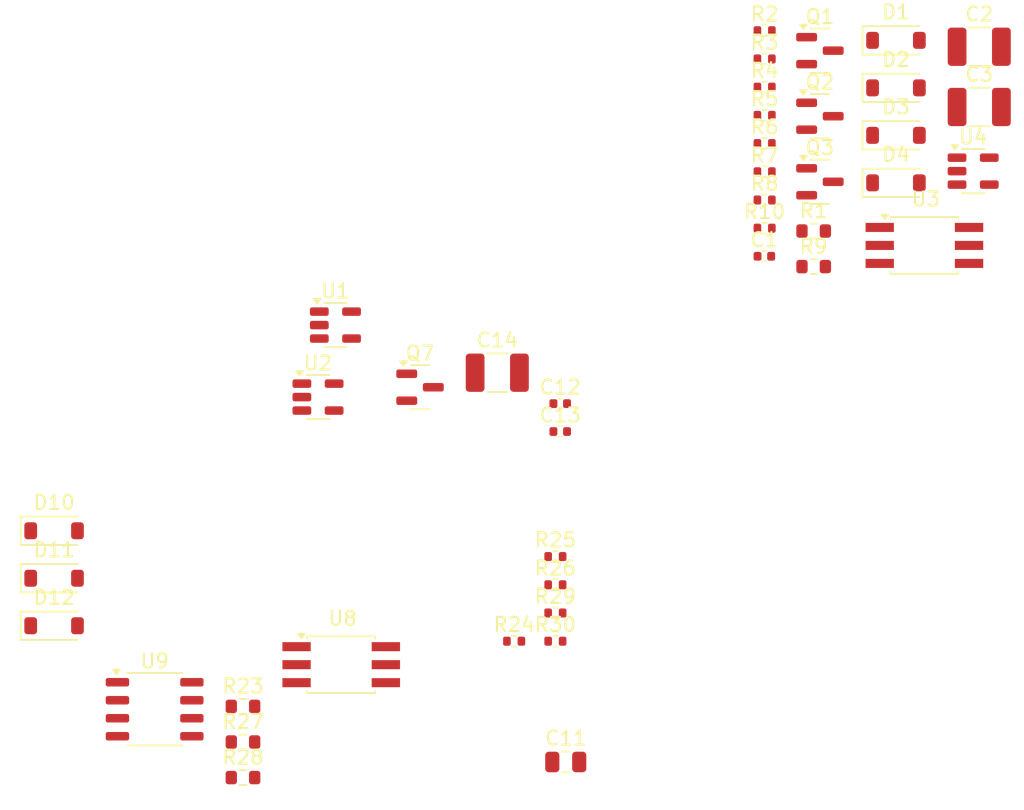
<source format=kicad_pcb>
(kicad_pcb (version 20221018) (generator pcbnew)
  (layers (0 "F.Cu" signal) (31 "B.Cu" signal) (34 "B.Paste" user) (35 "F.Paste" user) (36 "B.SilkS" user "B.Silkscreen") (37 "F.SilkS" user "F.Silkscreen") (38 "B.Mask" user) (39 "F.Mask" user) (44 "Edge.Cuts" user))
  (net 0 "")
  (net 1 "Vdrive")
  (net 2 "VCC")
  (net 3 "+5V")
  (net 4 "Net-(D10-K)")
  (net 5 "Net-(U9-VS)")
  (net 6 "+3.3V")
  (net 7 "Net-(Q7-G)")
  (net 8 "Net-(Q7-D)")
  (net 9 "PWM_A")
  (net 10 "Net-(U8-VO)")
  (net 11 "Net-(Q8-G)")
  (net 12 "Net-(D1-K)")
  (net 13 "Net-(D4-K)")
  (net 14 "SHDN")
  (net 18 "GND")
  (net 19 "Net-(Q9-G)")
  (net 20 "Net-(D11-A)")
  (net 21 "Net-(U1-OUT)")
  (net 22 "Net-(U2-OUT)")
  (net 25 "Net-(D3-A)")
  (net 26 "Net-(D2-K)")
  (net 27 "Net-(D3-K)")
  (net 28 "Net-(Q1-G)")
  (net 29 "Net-(Q1-D)")
  (net 31 "Net-(Q2-D)")
  (net 33 "Net-(Q3-D)")
  (net 34 "Net-(U3-VO)")
  (net 35 "Net-(U4-OUT)")
  (net 36 "Net-(R10-Pad2)")
  (net 38 "Net-(Q5-D)")
  (footprint "Resistor_SMD:R_0402_1005Metric" (layer "F.Cu") (at 126.89 80.475)
    (fp_text reference "R7" (at 0 -1.17) (layer "F.SilkS"))
    (fp_text value "1k")
    (fp_line (start -0.153641 -0.38) (end 0.153641 -0.38) (stroke (width 0.12)) (layer "F.SilkS"))
    (fp_line (start -0.153641 0.38) (end 0.153641 0.38) (stroke (width 0.12)) (layer "F.SilkS"))
    (pad "1" smd roundrect (at -0.51 0) (size 0.54 0.64) (layers "F.Cu" "F.Paste" "F.Mask") (net 33 "Net-(Q3-D)"))
    (pad "2" smd roundrect (at 0.51 0) (size 0.54 0.64) (layers "F.Cu" "F.Paste" "F.Mask") (net 13 "Net-(D4-K)"))
  )
  (footprint "Capacitor_SMD:C_0805_2012Metric" (layer "F.Cu") (at 112.86 122.11)
    (fp_text reference "C11" (at 0 -1.68) (layer "F.SilkS"))
    (fp_text value "10uF")
    (fp_line (start -0.261252 -0.735) (end 0.261252 -0.735) (stroke (width 0.12)) (layer "F.SilkS"))
    (fp_line (start -0.261252 0.735) (end 0.261252 0.735) (stroke (width 0.12)) (layer "F.SilkS"))
    (pad "1" smd roundrect (at -0.95 0) (size 1 1.45) (layers "F.Cu" "F.Paste" "F.Mask") (net 1 "Vdrive"))
    (pad "2" smd roundrect (at 0.95 0) (size 1 1.45) (layers "F.Cu" "F.Paste" "F.Mask") (net 18 "GND"))
  )
  (footprint "Diode_SMD:D_SOD-123" (layer "F.Cu") (at 136.155 81.255)
    (fp_text reference "D4" (at 0 -2) (layer "F.SilkS"))
    (fp_text value "SS2040FL")
    (fp_line (start -2.36 -1) (end -2.36 1) (stroke (width 0.12)) (layer "F.SilkS"))
    (fp_line (start -2.36 -1) (end 1.65 -1) (stroke (width 0.12)) (layer "F.SilkS"))
    (fp_line (start -2.36 1) (end 1.65 1) (stroke (width 0.12)) (layer "F.SilkS"))
    (pad "1" smd roundrect (at -1.65 0) (size 0.9 1.2) (layers "F.Cu" "F.Paste" "F.Mask") (net 13 "Net-(D4-K)"))
    (pad "2" smd roundrect (at 1.65 0) (size 0.9 1.2) (layers "F.Cu" "F.Paste" "F.Mask") (net 1 "Vdrive"))
  )
  (footprint "Resistor_SMD:R_0603_1608Metric" (layer "F.Cu") (at 130.35 84.655)
    (fp_text reference "R1" (at 0 -1.43) (layer "F.SilkS"))
    (fp_text value "47")
    (fp_line (start -0.237258 -0.5225) (end 0.237258 -0.5225) (stroke (width 0.12)) (layer "F.SilkS"))
    (fp_line (start -0.237258 0.5225) (end 0.237258 0.5225) (stroke (width 0.12)) (layer "F.SilkS"))
    (pad "1" smd roundrect (at -0.825 0) (size 0.8 0.95) (layers "F.Cu" "F.Paste" "F.Mask") (net 9 "PWM_A"))
    (pad "2" smd roundrect (at 0.825 0) (size 0.8 0.95) (layers "F.Cu" "F.Paste" "F.Mask") (net 28 "Net-(Q1-G)"))
  )
  (footprint "Diode_SMD:D_SOD-123" (layer "F.Cu") (at 136.155 71.205)
    (fp_text reference "D1" (at 0 -2) (layer "F.SilkS"))
    (fp_text value "SS2040FL")
    (fp_line (start -2.36 -1) (end -2.36 1) (stroke (width 0.12)) (layer "F.SilkS"))
    (fp_line (start -2.36 -1) (end 1.65 -1) (stroke (width 0.12)) (layer "F.SilkS"))
    (fp_line (start -2.36 1) (end 1.65 1) (stroke (width 0.12)) (layer "F.SilkS"))
    (pad "1" smd roundrect (at -1.65 0) (size 0.9 1.2) (layers "F.Cu" "F.Paste" "F.Mask") (net 12 "Net-(D1-K)"))
    (pad "2" smd roundrect (at 1.65 0) (size 0.9 1.2) (layers "F.Cu" "F.Paste" "F.Mask") (net 1 "Vdrive"))
  )
  (footprint "Package_TO_SOT_SMD:SOT-23" (layer "F.Cu") (at 130.79 71.93)
    (fp_text reference "Q1" (at 0 -2.4) (layer "F.SilkS"))
    (fp_text value "BSS138")
    (fp_line (start 0 -1.56) (end -0.65 -1.56) (stroke (width 0.12)) (layer "F.SilkS"))
    (fp_line (start 0 -1.56) (end 0.65 -1.56) (stroke (width 0.12)) (layer "F.SilkS"))
    (fp_line (start 0 1.56) (end -0.65 1.56) (stroke (width 0.12)) (layer "F.SilkS"))
    (fp_line (start 0 1.56) (end 0.65 1.56) (stroke (width 0.12)) (layer "F.SilkS"))
    (fp_poly (pts (xy -1.1625 -1.51) (xy -1.4025 -1.84) (xy -0.9225 -1.84) (xy -1.1625 -1.51)) (stroke (width 0.12)) (fill solid) (layer "F.SilkS"))
    (pad "1" smd roundrect (at -0.9375 -0.95) (size 1.475 0.6) (layers "F.Cu" "F.Paste" "F.Mask") (net 28 "Net-(Q1-G)"))
    (pad "2" smd roundrect (at -0.9375 0.95) (size 1.475 0.6) (layers "F.Cu" "F.Paste" "F.Mask") (net 18 "GND"))
    (pad "3" smd roundrect (at 0.9375 0) (size 1.475 0.6) (layers "F.Cu" "F.Paste" "F.Mask") (net 29 "Net-(Q1-D)"))
  )
  (footprint "Diode_SMD:D_SOD-123" (layer "F.Cu") (at 136.155 74.555)
    (fp_text reference "D2" (at 0 -2) (layer "F.SilkS"))
    (fp_text value "SS2040FL")
    (fp_line (start -2.36 -1) (end -2.36 1) (stroke (width 0.12)) (layer "F.SilkS"))
    (fp_line (start -2.36 -1) (end 1.65 -1) (stroke (width 0.12)) (layer "F.SilkS"))
    (fp_line (start -2.36 1) (end 1.65 1) (stroke (width 0.12)) (layer "F.SilkS"))
    (pad "1" smd roundrect (at -1.65 0) (size 0.9 1.2) (layers "F.Cu" "F.Paste" "F.Mask") (net 26 "Net-(D2-K)"))
    (pad "2" smd roundrect (at 1.65 0) (size 0.9 1.2) (layers "F.Cu" "F.Paste" "F.Mask") (net 20 "Net-(D11-A)"))
  )
  (footprint "Resistor_SMD:R_0402_1005Metric" (layer "F.Cu") (at 109.22 113.59)
    (fp_text reference "R24" (at 0 -1.17) (layer "F.SilkS"))
    (fp_text value "10k")
    (fp_line (start -0.153641 -0.38) (end 0.153641 -0.38) (stroke (width 0.12)) (layer "F.SilkS"))
    (fp_line (start -0.153641 0.38) (end 0.153641 0.38) (stroke (width 0.12)) (layer "F.SilkS"))
    (pad "1" smd roundrect (at -0.51 0) (size 0.54 0.64) (layers "F.Cu" "F.Paste" "F.Mask") (net 18 "GND"))
    (pad "2" smd roundrect (at 0.51 0) (size 0.54 0.64) (layers "F.Cu" "F.Paste" "F.Mask") (net 7 "Net-(Q7-G)"))
  )
  (footprint "Diode_SMD:D_SOD-123" (layer "F.Cu") (at 136.155 77.905)
    (fp_text reference "D3" (at 0 -2) (layer "F.SilkS"))
    (fp_text value "SS2040FL")
    (fp_line (start -2.36 -1) (end -2.36 1) (stroke (width 0.12)) (layer "F.SilkS"))
    (fp_line (start -2.36 -1) (end 1.65 -1) (stroke (width 0.12)) (layer "F.SilkS"))
    (fp_line (start -2.36 1) (end 1.65 1) (stroke (width 0.12)) (layer "F.SilkS"))
    (pad "1" smd roundrect (at -1.65 0) (size 0.9 1.2) (layers "F.Cu" "F.Paste" "F.Mask") (net 27 "Net-(D3-K)"))
    (pad "2" smd roundrect (at 1.65 0) (size 0.9 1.2) (layers "F.Cu" "F.Paste" "F.Mask") (net 25 "Net-(D3-A)"))
  )
  (footprint "Diode_SMD:D_SOD-123" (layer "F.Cu") (at 76.765 109.15)
    (fp_text reference "D11" (at 0 -2) (layer "F.SilkS"))
    (fp_text value "SS2040FL")
    (fp_line (start -2.36 -1) (end -2.36 1) (stroke (width 0.12)) (layer "F.SilkS"))
    (fp_line (start -2.36 -1) (end 1.65 -1) (stroke (width 0.12)) (layer "F.SilkS"))
    (fp_line (start -2.36 1) (end 1.65 1) (stroke (width 0.12)) (layer "F.SilkS"))
    (pad "1" smd roundrect (at -1.65 0) (size 0.9 1.2) (layers "F.Cu" "F.Paste" "F.Mask") (net 1 "Vdrive"))
    (pad "2" smd roundrect (at 1.65 0) (size 0.9 1.2) (layers "F.Cu" "F.Paste" "F.Mask") (net 20 "Net-(D11-A)"))
  )
  (footprint "Capacitor_SMD:C_0402_1005Metric" (layer "F.Cu") (at 126.87 86.435)
    (fp_text reference "C1" (at 0 -1.16) (layer "F.SilkS"))
    (fp_text value "0.1uF")
    (fp_line (start -0.107836 -0.36) (end 0.107836 -0.36) (stroke (width 0.12)) (layer "F.SilkS"))
    (fp_line (start -0.107836 0.36) (end 0.107836 0.36) (stroke (width 0.12)) (layer "F.SilkS"))
    (pad "1" smd roundrect (at -0.48 0) (size 0.56 0.62) (layers "F.Cu" "F.Paste" "F.Mask") (net 3 "+5V"))
    (pad "2" smd roundrect (at 0.48 0) (size 0.56 0.62) (layers "F.Cu" "F.Paste" "F.Mask") (net 18 "GND"))
  )
  (footprint "Capacitor_SMD:C_1210_3225Metric_Pad1.33x2.70mm_HandSolder" (layer "F.Cu") (at 108.03 94.65)
    (fp_text reference "C14" (at 0 -2.3) (layer "F.SilkS"))
    (fp_text value "C")
    (fp_line (start -0.711252 -1.36) (end 0.711252 -1.36) (stroke (width 0.12)) (layer "F.SilkS"))
    (fp_line (start -0.711252 1.36) (end 0.711252 1.36) (stroke (width 0.12)) (layer "F.SilkS"))
    (pad "1" smd roundrect (at -1.5625 0) (size 1.325 2.7) (layers "F.Cu" "F.Paste" "F.Mask") (roundrect_rratio 0.188679) (net 4 "Net-(D10-K)"))
    (pad "2" smd roundrect (at 1.5625 0) (size 1.325 2.7) (layers "F.Cu" "F.Paste" "F.Mask") (roundrect_rratio 0.188679) (net 5 "Net-(U9-VS)"))
  )
  (footprint "Diode_SMD:D_SOD-123" (layer "F.Cu") (at 76.765 112.5)
    (fp_text reference "D12" (at 0 -2) (layer "F.SilkS"))
    (fp_text value "SS2040FL")
    (fp_line (start -2.36 -1) (end -2.36 1) (stroke (width 0.12)) (layer "F.SilkS"))
    (fp_line (start -2.36 -1) (end 1.65 -1) (stroke (width 0.12)) (layer "F.SilkS"))
    (fp_line (start -2.36 1) (end 1.65 1) (stroke (width 0.12)) (layer "F.SilkS"))
    (pad "1" smd roundrect (at -1.65 0) (size 0.9 1.2) (layers "F.Cu" "F.Paste" "F.Mask") (net 20 "Net-(D11-A)"))
    (pad "2" smd roundrect (at 1.65 0) (size 0.9 1.2) (layers "F.Cu" "F.Paste" "F.Mask") (net 18 "GND"))
  )
  (footprint "Resistor_SMD:R_0402_1005Metric" (layer "F.Cu") (at 126.89 72.515)
    (fp_text reference "R3" (at 0 -1.17) (layer "F.SilkS"))
    (fp_text value "470")
    (fp_line (start -0.153641 -0.38) (end 0.153641 -0.38) (stroke (width 0.12)) (layer "F.SilkS"))
    (fp_line (start -0.153641 0.38) (end 0.153641 0.38) (stroke (width 0.12)) (layer "F.SilkS"))
    (pad "1" smd roundrect (at -0.51 0) (size 0.54 0.64) (layers "F.Cu" "F.Paste" "F.Mask") (net 6 "+3.3V"))
    (pad "2" smd roundrect (at 0.51 0) (size 0.54 0.64) (layers "F.Cu" "F.Paste" "F.Mask") (net 29 "Net-(Q1-D)"))
  )
  (footprint "Package_SO:SO-6_4.4x3.6mm_P1.27mm" (layer "F.Cu") (at 138.16 85.67)
    (fp_text reference "U3" (at 0.1 -3.265) (layer "F.SilkS"))
    (fp_text value "TLP2361")
    (fp_line (start -2.4 -2) (end 2.4 -2) (stroke (width 0.12)) (layer "F.SilkS"))
    (fp_line (start -2.4 -1.85) (end -2.4 -2) (stroke (width 0.12)) (layer "F.SilkS"))
    (fp_line (start -2.4 2) (end -2.4 1.85) (stroke (width 0.12)) (layer "F.SilkS"))
    (fp_line (start 2.4 -2) (end 2.4 -1.85) (stroke (width 0.12)) (layer "F.SilkS"))
    (fp_line (start 2.4 2) (end -2.4 2) (stroke (width 0.12)) (layer "F.SilkS"))
    (fp_line (start 2.4 2) (end 2.4 1.85) (stroke (width 0.12)) (layer "F.SilkS"))
    (fp_poly (pts (xy -2.8 -1.85) (xy -3.04 -2.18) (xy -2.56 -2.18) (xy -2.8 -1.85)) (stroke (width 0.12)) (fill solid) (layer "F.SilkS"))
    (pad "1" smd rect (at -3.15 -1.27) (size 2 0.64) (layers "F.Cu" "F.Paste" "F.Mask") (net 29 "Net-(Q1-D)"))
    (pad "2" smd rect (at -3.15 0) (size 2 0.64) (layers "F.Cu" "F.Paste" "F.Mask"))
    (pad "3" smd rect (at -3.15 1.27) (size 2 0.64) (layers "F.Cu" "F.Paste" "F.Mask") (net 18 "GND"))
    (pad "4" smd rect (at 3.15 1.27) (size 2 0.64) (layers "F.Cu" "F.Paste" "F.Mask") (net 18 "GND"))
    (pad "5" smd rect (at 3.15 0) (size 2 0.64) (layers "F.Cu" "F.Paste" "F.Mask") (net 34 "Net-(U3-VO)"))
    (pad "6" smd rect (at 3.15 -1.27) (size 2 0.64) (layers "F.Cu" "F.Paste" "F.Mask") (net 3 "+5V"))
  )
  (footprint "Package_TO_SOT_SMD:SOT-23" (layer "F.Cu") (at 130.79 81.18)
    (fp_text reference "Q3" (at 0 -2.4) (layer "F.SilkS"))
    (fp_text value "BSS138")
    (fp_line (start 0 -1.56) (end -0.65 -1.56) (stroke (width 0.12)) (layer "F.SilkS"))
    (fp_line (start 0 -1.56) (end 0.65 -1.56) (stroke (width 0.12)) (layer "F.SilkS"))
    (fp_line (start 0 1.56) (end -0.65 1.56) (stroke (width 0.12)) (layer "F.SilkS"))
    (fp_line (start 0 1.56) (end 0.65 1.56) (stroke (width 0.12)) (layer "F.SilkS"))
    (fp_poly (pts (xy -1.1625 -1.51) (xy -1.4025 -1.84) (xy -0.9225 -1.84) (xy -1.1625 -1.51)) (stroke (width 0.12)) (fill solid) (layer "F.SilkS"))
    (pad "1" smd roundrect (at -0.9375 -0.95) (size 1.475 0.6) (layers "F.Cu" "F.Paste" "F.Mask"))
    (pad "2" smd roundrect (at -0.9375 0.95) (size 1.475 0.6) (layers "F.Cu" "F.Paste" "F.Mask") (net 18 "GND"))
    (pad "3" smd roundrect (at 0.9375 0) (size 1.475 0.6) (layers "F.Cu" "F.Paste" "F.Mask") (net 33 "Net-(Q3-D)"))
  )
  (footprint "Resistor_SMD:R_0402_1005Metric" (layer "F.Cu") (at 126.89 74.505)
    (fp_text reference "R4" (at 0 -1.17) (layer "F.SilkS"))
    (fp_text value "10k")
    (fp_line (start -0.153641 -0.38) (end 0.153641 -0.38) (stroke (width 0.12)) (layer "F.SilkS"))
    (fp_line (start -0.153641 0.38) (end 0.153641 0.38) (stroke (width 0.12)) (layer "F.SilkS"))
    (pad "1" smd roundrect (at -0.51 0) (size 0.54 0.64) (layers "F.Cu" "F.Paste" "F.Mask") (net 18 "GND"))
    (pad "2" smd roundrect (at 0.51 0) (size 0.54 0.64) (layers "F.Cu" "F.Paste" "F.Mask") (net 34 "Net-(U3-VO)"))
  )
  (footprint "Resistor_SMD:R_0402_1005Metric" (layer "F.Cu") (at 126.89 84.455)
    (fp_text reference "R10" (at 0 -1.17) (layer "F.SilkS"))
    (fp_text value "10k")
    (fp_line (start -0.153641 -0.38) (end 0.153641 -0.38) (stroke (width 0.12)) (layer "F.SilkS"))
    (fp_line (start -0.153641 0.38) (end 0.153641 0.38) (stroke (width 0.12)) (layer "F.SilkS"))
    (pad "1" smd roundrect (at -0.51 0) (size 0.54 0.64) (layers "F.Cu" "F.Paste" "F.Mask") (net 25 "Net-(D3-A)"))
    (pad "2" smd roundrect (at 0.51 0) (size 0.54 0.64) (layers "F.Cu" "F.Paste" "F.Mask") (net 36 "Net-(R10-Pad2)"))
  )
  (footprint "Resistor_SMD:R_0402_1005Metric" (layer "F.Cu") (at 126.89 76.495)
    (fp_text reference "R5" (at 0 -1.17) (layer "F.SilkS"))
    (fp_text value "1k")
    (fp_line (start -0.153641 -0.38) (end 0.153641 -0.38) (stroke (width 0.12)) (layer "F.SilkS"))
    (fp_line (start -0.153641 0.38) (end 0.153641 0.38) (stroke (width 0.12)) (layer "F.SilkS"))
    (pad "1" smd roundrect (at -0.51 0) (size 0.54 0.64) (layers "F.Cu" "F.Paste" "F.Mask") (net 31 "Net-(Q2-D)"))
    (pad "2" smd roundrect (at 0.51 0) (size 0.54 0.64) (layers "F.Cu" "F.Paste" "F.Mask") (net 12 "Net-(D1-K)"))
  )
  (footprint "Resistor_SMD:R_0603_1608Metric" (layer "F.Cu") (at 90.09 120.7)
    (fp_text reference "R27" (at 0 -1.43) (layer "F.SilkS"))
    (fp_text value "10")
    (fp_line (start -0.237258 -0.5225) (end 0.237258 -0.5225) (stroke (width 0.12)) (layer "F.SilkS"))
    (fp_line (start -0.237258 0.5225) (end 0.237258 0.5225) (stroke (width 0.12)) (layer "F.SilkS"))
    (pad "1" smd roundrect (at -0.825 0) (size 0.8 0.95) (layers "F.Cu" "F.Paste" "F.Mask") (net 21 "Net-(U1-OUT)"))
    (pad "2" smd roundrect (at 0.825 0) (size 0.8 0.95) (layers "F.Cu" "F.Paste" "F.Mask") (net 11 "Net-(Q8-G)"))
  )
  (footprint "Package_SO:SOP-8_3.9x4.9mm_P1.27mm" (layer "F.Cu") (at 83.86 118.39)
    (fp_text reference "U9" (at 0 -3.4) (layer "F.SilkS"))
    (fp_text value "IR2302")
    (fp_line (start 0 -2.56) (end -1.95 -2.56) (stroke (width 0.12)) (layer "F.SilkS"))
    (fp_line (start 0 -2.56) (end 1.95 -2.56) (stroke (width 0.12)) (layer "F.SilkS"))
    (fp_line (start 0 2.56) (end -1.95 2.56) (stroke (width 0.12)) (layer "F.SilkS"))
    (fp_line (start 0 2.56) (end 1.95 2.56) (stroke (width 0.12)) (layer "F.SilkS"))
    (fp_poly (pts (xy -2.7 -2.465) (xy -2.94 -2.795) (xy -2.46 -2.795) (xy -2.7 -2.465)) (stroke (width 0.12)) (fill solid) (layer "F.SilkS"))
    (pad "1" smd roundrect (at -2.625 -1.905) (size 1.65 0.6) (layers "F.Cu" "F.Paste" "F.Mask") (net 2 "VCC"))
    (pad "2" smd roundrect (at -2.625 -0.635) (size 1.65 0.6) (layers "F.Cu" "F.Paste" "F.Mask") (net 10 "Net-(U8-VO)"))
    (pad "3" smd roundrect (at -2.625 0.635) (size 1.65 0.6) (layers "F.Cu" "F.Paste" "F.Mask") (net 14 "SHDN"))
    (pad "4" smd roundrect (at -2.625 1.905) (size 1.65 0.6) (layers "F.Cu" "F.Paste" "F.Mask") (net 18 "GND"))
    (pad "5" smd roundrect (at 2.625 1.905) (size 1.65 0.6) (layers "F.Cu" "F.Paste" "F.Mask"))
    (pad "6" smd roundrect (at 2.625 0.635) (size 1.65 0.6) (layers "F.Cu" "F.Paste" "F.Mask") (net 5 "Net-(U9-VS)"))
    (pad "7" smd roundrect (at 2.625 -0.635) (size 1.65 0.6) (layers "F.Cu" "F.Paste" "F.Mask"))
    (pad "8" smd roundrect (at 2.625 -1.905) (size 1.65 0.6) (layers "F.Cu" "F.Paste" "F.Mask") (net 4 "Net-(D10-K)"))
  )
  (footprint "Package_SO:SO-6_4.4x3.6mm_P1.27mm" (layer "F.Cu") (at 97.02 115.245)
    (fp_text reference "U8" (at 0.1 -3.265) (layer "F.SilkS"))
    (fp_text value "TLP2361")
    (fp_line (start -2.4 -2) (end 2.4 -2) (stroke (width 0.12)) (layer "F.SilkS"))
    (fp_line (start -2.4 -1.85) (end -2.4 -2) (stroke (width 0.12)) (layer "F.SilkS"))
    (fp_line (start -2.4 2) (end -2.4 1.85) (stroke (width 0.12)) (layer "F.SilkS"))
    (fp_line (start 2.4 -2) (end 2.4 -1.85) (stroke (width 0.12)) (layer "F.SilkS"))
    (fp_line (start 2.4 2) (end -2.4 2) (stroke (width 0.12)) (layer "F.SilkS"))
    (fp_line (start 2.4 2) (end 2.4 1.85) (stroke (width 0.12)) (layer "F.SilkS"))
    (fp_poly (pts (xy -2.8 -1.85) (xy -3.04 -2.18) (xy -2.56 -2.18) (xy -2.8 -1.85)) (stroke (width 0.12)) (fill solid) (layer "F.SilkS"))
    (pad "1" smd rect (at -3.15 -1.27) (size 2 0.64) (layers "F.Cu" "F.Paste" "F.Mask") (net 8 "Net-(Q7-D)"))
    (pad "2" smd rect (at -3.15 0) (size 2 0.64) (layers "F.Cu" "F.Paste" "F.Mask"))
    (pad "3" smd rect (at -3.15 1.27) (size 2 0.64) (layers "F.Cu" "F.Paste" "F.Mask") (net 18 "GND"))
    (pad "4" smd rect (at 3.15 1.27) (size 2 0.64) (layers "F.Cu" "F.Paste" "F.Mask") (net 18 "GND"))
    (pad "5" smd rect (at 3.15 0) (size 2 0.64) (layers "F.Cu" "F.Paste" "F.Mask") (net 10 "Net-(U8-VO)"))
    (pad "6" smd rect (at 3.15 -1.27) (size 2 0.64) (layers "F.Cu" "F.Paste" "F.Mask") (net 3 "+5V"))
  )
  (footprint "Resistor_SMD:R_0402_1005Metric" (layer "F.Cu") (at 126.89 70.525)
    (fp_text reference "R2" (at 0 -1.17) (layer "F.SilkS"))
    (fp_text value "10k")
    (fp_line (start -0.153641 -0.38) (end 0.153641 -0.38) (stroke (width 0.12)) (layer "F.SilkS"))
    (fp_line (start -0.153641 0.38) (end 0.153641 0.38) (stroke (width 0.12)) (layer "F.SilkS"))
    (pad "1" smd roundrect (at -0.51 0) (size 0.54 0.64) (layers "F.Cu" "F.Paste" "F.Mask") (net 18 "GND"))
    (pad "2" smd roundrect (at 0.51 0) (size 0.54 0.64) (layers "F.Cu" "F.Paste" "F.Mask") (net 28 "Net-(Q1-G)"))
  )
  (footprint "Package_TO_SOT_SMD:SOT-23-5" (layer "F.Cu") (at 96.6125 91.29)
    (fp_text reference "U1" (at 0 -2.4) (layer "F.SilkS"))
    (fp_text value "MCP1402")
    (fp_line (start 0 -1.56) (end -0.8 -1.56) (stroke (width 0.12)) (layer "F.SilkS"))
    (fp_line (start 0 -1.56) (end 0.8 -1.56) (stroke (width 0.12)) (layer "F.SilkS"))
    (fp_line (start 0 1.56) (end -0.8 1.56) (stroke (width 0.12)) (layer "F.SilkS"))
    (fp_line (start 0 1.56) (end 0.8 1.56) (stroke (width 0.12)) (layer "F.SilkS"))
    (fp_poly (pts (xy -1.3 -1.51) (xy -1.54 -1.84) (xy -1.06 -1.84) (xy -1.3 -1.51)) (stroke (width 0.12)) (fill solid) (layer "F.SilkS"))
    (pad "1" smd roundrect (at -1.1375 -0.95) (size 1.325 0.6) (layers "F.Cu" "F.Paste" "F.Mask") (net 20 "Net-(D11-A)"))
    (pad "2" smd roundrect (at -1.1375 0) (size 1.325 0.6) (layers "F.Cu" "F.Paste" "F.Mask") (net 12 "Net-(D1-K)"))
    (pad "3" smd roundrect (at -1.1375 0.95) (size 1.325 0.6) (layers "F.Cu" "F.Paste" "F.Mask") (net 26 "Net-(D2-K)"))
    (pad "4" smd roundrect (at 1.1375 0.95) (size 1.325 0.6) (layers "F.Cu" "F.Paste" "F.Mask") (net 20 "Net-(D11-A)"))
    (pad "5" smd roundrect (at 1.1375 -0.95) (size 1.325 0.6) (layers "F.Cu" "F.Paste" "F.Mask") (net 21 "Net-(U1-OUT)"))
  )
  (footprint "Diode_SMD:D_SOD-123" (layer "F.Cu") (at 76.765 105.8)
    (fp_text reference "D10" (at 0 -2) (layer "F.SilkS"))
    (fp_text value "SS2040FL")
    (fp_line (start -2.36 -1) (end -2.36 1) (stroke (width 0.12)) (layer "F.SilkS"))
    (fp_line (start -2.36 -1) (end 1.65 -1) (stroke (width 0.12)) (layer "F.SilkS"))
    (fp_line (start -2.36 1) (end 1.65 1) (stroke (width 0.12)) (layer "F.SilkS"))
    (pad "1" smd roundrect (at -1.65 0) (size 0.9 1.2) (layers "F.Cu" "F.Paste" "F.Mask") (net 4 "Net-(D10-K)"))
    (pad "2" smd roundrect (at 1.65 0) (size 0.9 1.2) (layers "F.Cu" "F.Paste" "F.Mask") (net 2 "VCC"))
  )
  (footprint "Resistor_SMD:R_0603_1608Metric" (layer "F.Cu") (at 90.09 118.19)
    (fp_text reference "R23" (at 0 -1.43) (layer "F.SilkS"))
    (fp_text value "47")
    (fp_line (start -0.237258 -0.5225) (end 0.237258 -0.5225) (stroke (width 0.12)) (layer "F.SilkS"))
    (fp_line (start -0.237258 0.5225) (end 0.237258 0.5225) (stroke (width 0.12)) (layer "F.SilkS"))
    (pad "1" smd roundrect (at -0.825 0) (size 0.8 0.95) (layers "F.Cu" "F.Paste" "F.Mask") (net 9 "PWM_A"))
    (pad "2" smd roundrect (at 0.825 0) (size 0.8 0.95) (layers "F.Cu" "F.Paste" "F.Mask") (net 7 "Net-(Q7-G)"))
  )
  (footprint "Package_TO_SOT_SMD:SOT-23-5" (layer "F.Cu") (at 95.3825 96.37)
    (fp_text reference "U2" (at 0 -2.4) (layer "F.SilkS"))
    (fp_text value "MCP1402")
    (fp_line (start 0 -1.56) (end -0.8 -1.56) (stroke (width 0.12)) (layer "F.SilkS"))
    (fp_line (start 0 -1.56) (end 0.8 -1.56) (stroke (width 0.12)) (layer "F.SilkS"))
    (fp_line (start 0 1.56) (end -0.8 1.56) (stroke (width 0.12)) (layer "F.SilkS"))
    (fp_line (start 0 1.56) (end 0.8 1.56) (stroke (width 0.12)) (layer "F.SilkS"))
    (fp_poly (pts (xy -1.3 -1.51) (xy -1.54 -1.84) (xy -1.06 -1.84) (xy -1.3 -1.51)) (stroke (width 0.12)) (fill solid) (layer "F.SilkS"))
    (pad "1" smd roundrect (at -1.1375 -0.95) (size 1.325 0.6) (layers "F.Cu" "F.Paste" "F.Mask") (net 18 "GND"))
    (pad "2" smd roundrect (at -1.1375 0) (size 1.325 0.6) (layers "F.Cu" "F.Paste" "F.Mask"))
    (pad "3" smd roundrect (at -1.1375 0.95) (size 1.325 0.6) (layers "F.Cu" "F.Paste" "F.Mask"))
    (pad "4" smd roundrect (at 1.1375 0.95) (size 1.325 0.6) (layers "F.Cu" "F.Paste" "F.Mask") (net 18 "GND"))
    (pad "5" smd roundrect (at 1.1375 -0.95) (size 1.325 0.6) (layers "F.Cu" "F.Paste" "F.Mask") (net 22 "Net-(U2-OUT)"))
  )
  (footprint "Resistor_SMD:R_0402_1005Metric" (layer "F.Cu") (at 112.13 107.62)
    (fp_text reference "R25" (at 0 -1.17) (layer "F.SilkS"))
    (fp_text value "470")
    (fp_line (start -0.153641 -0.38) (end 0.153641 -0.38) (stroke (width 0.12)) (layer "F.SilkS"))
    (fp_line (start -0.153641 0.38) (end 0.153641 0.38) (stroke (width 0.12)) (layer "F.SilkS"))
    (pad "1" smd roundrect (at -0.51 0) (size 0.54 0.64) (layers "F.Cu" "F.Paste" "F.Mask") (net 6 "+3.3V"))
    (pad "2" smd roundrect (at 0.51 0) (size 0.54 0.64) (layers "F.Cu" "F.Paste" "F.Mask") (net 8 "Net-(Q7-D)"))
  )
  (footprint "Package_TO_SOT_SMD:SOT-23" (layer "F.Cu") (at 102.58 95.675)
    (fp_text reference "Q7" (at 0 -2.4) (layer "F.SilkS"))
    (fp_text value "BSS138")
    (fp_line (start 0 -1.56) (end -0.65 -1.56) (stroke (width 0.12)) (layer "F.SilkS"))
    (fp_line (start 0 -1.56) (end 0.65 -1.56) (stroke (width 0.12)) (layer "F.SilkS"))
    (fp_line (start 0 1.56) (end -0.65 1.56) (stroke (width 0.12)) (layer "F.SilkS"))
    (fp_line (start 0 1.56) (end 0.65 1.56) (stroke (width 0.12)) (layer "F.SilkS"))
    (fp_poly (pts (xy -1.1625 -1.51) (xy -1.4025 -1.84) (xy -0.9225 -1.84) (xy -1.1625 -1.51)) (stroke (width 0.12)) (fill solid) (layer "F.SilkS"))
    (pad "1" smd roundrect (at -0.9375 -0.95) (size 1.475 0.6) (layers "F.Cu" "F.Paste" "F.Mask") (net 7 "Net-(Q7-G)"))
    (pad "2" smd roundrect (at -0.9375 0.95) (size 1.475 0.6) (layers "F.Cu" "F.Paste" "F.Mask") (net 18 "GND"))
    (pad "3" smd roundrect (at 0.9375 0) (size 1.475 0.6) (layers "F.Cu" "F.Paste" "F.Mask") (net 8 "Net-(Q7-D)"))
  )
  (footprint "Capacitor_SMD:C_1210_3225Metric_Pad1.33x2.70mm_HandSolder" (layer "F.Cu") (at 142.03 71.655)
    (fp_text reference "C2" (at 0 -2.3) (layer "F.SilkS"))
    (fp_text value "C")
    (fp_line (start -0.711252 -1.36) (end 0.711252 -1.36) (stroke (width 0.12)) (layer "F.SilkS"))
    (fp_line (start -0.711252 1.36) (end 0.711252 1.36) (stroke (width 0.12)) (layer "F.SilkS"))
    (pad "1" smd roundrect (at -1.5625 0) (size 1.325 2.7) (layers "F.Cu" "F.Paste" "F.Mask") (roundrect_rratio 0.188679) (net 12 "Net-(D1-K)"))
    (pad "2" smd roundrect (at 1.5625 0) (size 1.325 2.7) (layers "F.Cu" "F.Paste" "F.Mask") (roundrect_rratio 0.188679) (net 20 "Net-(D11-A)"))
  )
  (footprint "Resistor_SMD:R_0402_1005Metric" (layer "F.Cu") (at 112.13 109.61)
    (fp_text reference "R26" (at 0 -1.17) (layer "F.SilkS"))
    (fp_text value "10k")
    (fp_line (start -0.153641 -0.38) (end 0.153641 -0.38) (stroke (width 0.12)) (layer "F.SilkS"))
    (fp_line (start -0.153641 0.38) (end 0.153641 0.38) (stroke (width 0.12)) (layer "F.SilkS"))
    (pad "1" smd roundrect (at -0.51 0) (size 0.54 0.64) (layers "F.Cu" "F.Paste" "F.Mask") (net 18 "GND"))
    (pad "2" smd roundrect (at 0.51 0) (size 0.54 0.64) (layers "F.Cu" "F.Paste" "F.Mask") (net 10 "Net-(U8-VO)"))
  )
  (footprint "Capacitor_SMD:C_0402_1005Metric" (layer "F.Cu") (at 112.47 98.8)
    (fp_text reference "C13" (at 0 -1.16) (layer "F.SilkS"))
    (fp_text value "0.1uF")
    (fp_line (start -0.107836 -0.36) (end 0.107836 -0.36) (stroke (width 0.12)) (layer "F.SilkS"))
    (fp_line (start -0.107836 0.36) (end 0.107836 0.36) (stroke (width 0.12)) (layer "F.SilkS"))
    (pad "1" smd roundrect (at -0.48 0) (size 0.56 0.62) (layers "F.Cu" "F.Paste" "F.Mask") (net 2 "VCC"))
    (pad "2" smd roundrect (at 0.48 0) (size 0.56 0.62) (layers "F.Cu" "F.Paste" "F.Mask") (net 18 "GND"))
  )
  (footprint "Package_TO_SOT_SMD:SOT-23" (layer "F.Cu") (at 130.79 76.555)
    (fp_text reference "Q2" (at 0 -2.4) (layer "F.SilkS"))
    (fp_text value "BSS138")
    (fp_line (start 0 -1.56) (end -0.65 -1.56) (stroke (width 0.12)) (layer "F.SilkS"))
    (fp_line (start 0 -1.56) (end 0.65 -1.56) (stroke (width 0.12)) (layer "F.SilkS"))
    (fp_line (start 0 1.56) (end -0.65 1.56) (stroke (width 0.12)) (layer "F.SilkS"))
    (fp_line (start 0 1.56) (end 0.65 1.56) (stroke (width 0.12)) (layer "F.SilkS"))
    (fp_poly (pts (xy -1.1625 -1.51) (xy -1.4025 -1.84) (xy -0.9225 -1.84) (xy -1.1625 -1.51)) (stroke (width 0.12)) (fill solid) (layer "F.SilkS"))
    (pad "1" smd roundrect (at -0.9375 -0.95) (size 1.475 0.6) (layers "F.Cu" "F.Paste" "F.Mask"))
    (pad "2" smd roundrect (at -0.9375 0.95) (size 1.475 0.6) (layers "F.Cu" "F.Paste" "F.Mask") (net 18 "GND"))
    (pad "3" smd roundrect (at 0.9375 0) (size 1.475 0.6) (layers "F.Cu" "F.Paste" "F.Mask") (net 31 "Net-(Q2-D)"))
  )
  (footprint "Resistor_SMD:R_0402_1005Metric" (layer "F.Cu") (at 112.13 111.6)
    (fp_text reference "R29" (at 0 -1.17) (layer "F.SilkS"))
    (fp_text value "10k")
    (fp_line (start -0.153641 -0.38) (end 0.153641 -0.38) (stroke (width 0.12)) (layer "F.SilkS"))
    (fp_line (start -0.153641 0.38) (end 0.153641 0.38) (stroke (width 0.12)) (layer "F.SilkS"))
    (pad "1" smd roundrect (at -0.51 0) (size 0.54 0.64) (layers "F.Cu" "F.Paste" "F.Mask") (net 20 "Net-(D11-A)"))
    (pad "2" smd roundrect (at 0.51 0) (size 0.54 0.64) (layers "F.Cu" "F.Paste" "F.Mask") (net 11 "Net-(Q8-G)"))
  )
  (footprint "Resistor_SMD:R_0402_1005Metric" (layer "F.Cu") (at 112.13 113.59)
    (fp_text reference "R30" (at 0 -1.17) (layer "F.SilkS"))
    (fp_text value "10k")
    (fp_line (start -0.153641 -0.38) (end 0.153641 -0.38) (stroke (width 0.12)) (layer "F.SilkS"))
    (fp_line (start -0.153641 0.38) (end 0.153641 0.38) (stroke (width 0.12)) (layer "F.SilkS"))
    (pad "1" smd roundrect (at -0.51 0) (size 0.54 0.64) (layers "F.Cu" "F.Paste" "F.Mask") (net 18 "GND"))
    (pad "2" smd roundrect (at 0.51 0) (size 0.54 0.64) (layers "F.Cu" "F.Paste" "F.Mask") (net 19 "Net-(Q9-G)"))
  )
  (footprint "Resistor_SMD:R_0603_1608Metric" (layer "F.Cu") (at 90.09 123.21)
    (fp_text reference "R28" (at 0 -1.43) (layer "F.SilkS"))
    (fp_text value "10")
    (fp_line (start -0.237258 -0.5225) (end 0.237258 -0.5225) (stroke (width 0.12)) (layer "F.SilkS"))
    (fp_line (start -0.237258 0.5225) (end 0.237258 0.5225) (stroke (width 0.12)) (layer "F.SilkS"))
    (pad "1" smd roundrect (at -0.825 0) (size 0.8 0.95) (layers "F.Cu" "F.Paste" "F.Mask") (net 22 "Net-(U2-OUT)"))
    (pad "2" smd roundrect (at 0.825 0) (size 0.8 0.95) (layers "F.Cu" "F.Paste" "F.Mask") (net 19 "Net-(Q9-G)"))
  )
  (footprint "Resistor_SMD:R_0402_1005Metric" (layer "F.Cu") (at 126.89 78.485)
    (fp_text reference "R6" (at 0 -1.17) (layer "F.SilkS"))
    (fp_text value "1k")
    (fp_line (start -0.153641 -0.38) (end 0.153641 -0.38) (stroke (width 0.12)) (layer "F.SilkS"))
    (fp_line (start -0.153641 0.38) (end 0.153641 0.38) (stroke (width 0.12)) (layer "F.SilkS"))
    (pad "1" smd roundrect (at -0.51 0) (size 0.54 0.64) (layers "F.Cu" "F.Paste" "F.Mask") (net 26 "Net-(D2-K)"))
    (pad "2" smd roundrect (at 0.51 0) (size 0.54 0.64) (layers "F.Cu" "F.Paste" "F.Mask") (net 31 "Net-(Q2-D)"))
  )
  (footprint "Resistor_SMD:R_0603_1608Metric" (layer "F.Cu") (at 130.35 87.165)
    (fp_text reference "R9" (at 0 -1.43) (layer "F.SilkS"))
    (fp_text value "10")
    (fp_line (start -0.237258 -0.5225) (end 0.237258 -0.5225) (stroke (width 0.12)) (layer "F.SilkS"))
    (fp_line (start -0.237258 0.5225) (end 0.237258 0.5225) (stroke (width 0.12)) (layer "F.SilkS"))
    (pad "1" smd roundrect (at -0.825 0) (size 0.8 0.95) (layers "F.Cu" "F.Paste" "F.Mask") (net 35 "Net-(U4-OUT)"))
    (pad "2" smd roundrect (at 0.825 0) (size 0.8 0.95) (layers "F.Cu" "F.Paste" "F.Mask") (net 36 "Net-(R10-Pad2)"))
  )
  (footprint "Package_TO_SOT_SMD:SOT-23-5" (layer "F.Cu") (at 141.6 80.43)
    (fp_text reference "U4" (at 0 -2.4) (layer "F.SilkS"))
    (fp_text value "MCP1402")
    (fp_line (start 0 -1.56) (end -0.8 -1.56) (stroke (width 0.12)) (layer "F.SilkS"))
    (fp_line (start 0 -1.56) (end 0.8 -1.56) (stroke (width 0.12)) (layer "F.SilkS"))
    (fp_line (start 0 1.56) (end -0.8 1.56) (stroke (width 0.12)) (layer "F.SilkS"))
    (fp_line (start 0 1.56) (end 0.8 1.56) (stroke (width 0.12)) (layer "F.SilkS"))
    (fp_poly (pts (xy -1.3 -1.51) (xy -1.54 -1.84) (xy -1.06 -1.84) (xy -1.3 -1.51)) (stroke (width 0.12)) (fill solid) (layer "F.SilkS"))
    (pad "1" smd roundrect (at -1.1375 -0.95) (size 1.325 0.6) (layers "F.Cu" "F.Paste" "F.Mask") (net 25 "Net-(D3-A)"))
    (pad "2" smd roundrect (at -1.1375 0) (size 1.325 0.6) (layers "F.Cu" "F.Paste" "F.Mask") (net 13 "Net-(D4-K)"))
    (pad "3" smd roundrect (at -1.1375 0.95) (size 1.325 0.6) (layers "F.Cu" "F.Paste" "F.Mask") (net 38 "Net-(Q5-D)"))
    (pad "4" smd roundrect (at 1.1375 0.95) (size 1.325 0.6) (layers "F.Cu" "F.Paste" "F.Mask") (net 25 "Net-(D3-A)"))
    (pad "5" smd roundrect (at 1.1375 -0.95) (size 1.325 0.6) (layers "F.Cu" "F.Paste" "F.Mask") (net 35 "Net-(U4-OUT)"))
  )
  (footprint "Resistor_SMD:R_0402_1005Metric" (layer "F.Cu") (at 126.89 82.465)
    (fp_text reference "R8" (at 0 -1.17) (layer "F.SilkS"))
    (fp_text value "1k")
    (fp_line (start -0.153641 -0.38) (end 0.153641 -0.38) (stroke (width 0.12)) (layer "F.SilkS"))
    (fp_line (start -0.153641 0.38) (end 0.153641 0.38) (stroke (width 0.12)) (layer "F.SilkS"))
    (pad "1" smd roundrect (at -0.51 0) (size 0.54 0.64) (layers "F.Cu" "F.Paste" "F.Mask") (net 27 "Net-(D3-K)"))
    (pad "2" smd roundrect (at 0.51 0) (size 0.54 0.64) (layers "F.Cu" "F.Paste" "F.Mask") (net 33 "Net-(Q3-D)"))
  )
  (footprint "Capacitor_SMD:C_1210_3225Metric_Pad1.33x2.70mm_HandSolder" (layer "F.Cu") (at 142.03 75.905)
    (fp_text reference "C3" (at 0 -2.3) (layer "F.SilkS"))
    (fp_text value "C")
    (fp_line (start -0.711252 -1.36) (end 0.711252 -1.36) (stroke (width 0.12)) (layer "F.SilkS"))
    (fp_line (start -0.711252 1.36) (end 0.711252 1.36) (stroke (width 0.12)) (layer "F.SilkS"))
    (pad "1" smd roundrect (at -1.5625 0) (size 1.325 2.7) (layers "F.Cu" "F.Paste" "F.Mask") (roundrect_rratio 0.188679) (net 13 "Net-(D4-K)"))
    (pad "2" smd roundrect (at 1.5625 0) (size 1.325 2.7) (layers "F.Cu" "F.Paste" "F.Mask") (roundrect_rratio 0.188679) (net 25 "Net-(D3-A)"))
  )
  (footprint "Capacitor_SMD:C_0402_1005Metric" (layer "F.Cu") (at 112.47 96.83)
    (fp_text reference "C12" (at 0 -1.16) (layer "F.SilkS"))
    (fp_text value "0.1uF")
    (fp_line (start -0.107836 -0.36) (end 0.107836 -0.36) (stroke (width 0.12)) (layer "F.SilkS"))
    (fp_line (start -0.107836 0.36) (end 0.107836 0.36) (stroke (width 0.12)) (layer "F.SilkS"))
    (pad "1" smd roundrect (at -0.48 0) (size 0.56 0.62) (layers "F.Cu" "F.Paste" "F.Mask") (net 3 "+5V"))
    (pad "2" smd roundrect (at 0.48 0) (size 0.56 0.62) (layers "F.Cu" "F.Paste" "F.Mask") (net 18 "GND"))
  )
)
</source>
